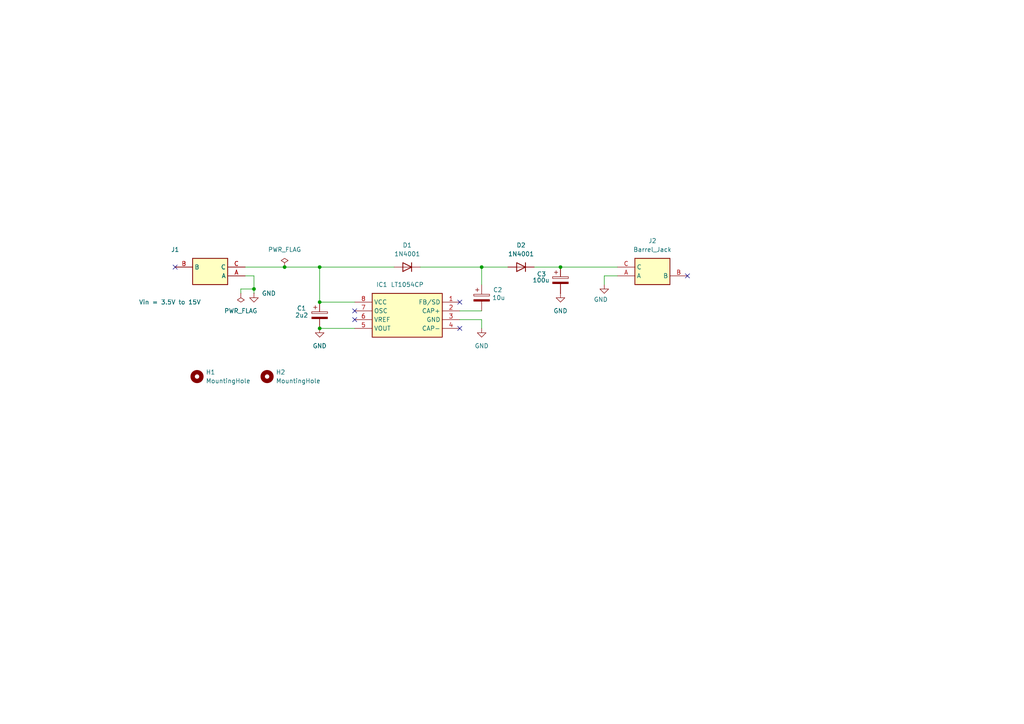
<source format=kicad_sch>
(kicad_sch (version 20231120) (generator "eeschema") (generator_version "8.0")
  (paper "A4")
  (title_block (title "Voltage doubler") (date "${MANUFACTURING_DATE}") (rev "1.0.0"))
  (lib_symbols
    (symbol "163-179PH-EX:163-179PH-EX"
      (property "Reference" "J" (at 16.51 7.62 0))
      (property "Value" "163-179PH-EX" (at 16.51 5.08 0))
      (symbol "163-179PH-EX_1_1"
        (rectangle (start 5.08 2.54) (end 15.24 -5.08) (stroke (width 0.254)) (fill (type background)))
        (pin passive line (at 20.32 -2.54 180) (length 5.08) (name "A") (number "A"))
        (pin passive line (at 0 0 0) (length 5.08) (name "B") (number "B"))
        (pin passive line (at 20.32 0 180) (length 5.08) (name "C") (number "C"))
      )
    )
    (symbol "163-179PH-EX_1"
      (property "Reference" "J2" (at 10.16 -10.16 0))
      (property "Value" "Barrel_Jack" (at 10.16 -7.62 0))
      (symbol "163-179PH-EX_1_1_1"
        (rectangle (start 5.08 2.54) (end 15.24 -5.08) (stroke (width 0.254)) (fill (type background)))
        (pin passive line (at 20.32 0 180) (length 5.08) (name "A") (number "A"))
        (pin passive line (at 0 0 0) (length 5.08) (name "B") (number "B"))
        (pin passive line (at 20.32 -2.54 180) (length 5.08) (name "C") (number "C"))
      )
    )
    (symbol "Device:C_Polarized" (pin_numbers hide) (pin_names (offset 0.254))
      (property "Reference" "C" (at 0.635 2.54 0))
      (property "Value" "C_Polarized" (at 0.635 -2.54 0))
      (symbol "C_Polarized_0_1"
        (rectangle (start -2.286 0.508) (end 2.286 1.016))
        (polyline (pts (xy -1.778 2.286) (xy -0.762 2.286)))
        (polyline (pts (xy -1.27 2.794) (xy -1.27 1.778)))
        (rectangle (start 2.286 -0.508) (end -2.286 -1.016) (fill (type outline)))
      )
      (symbol "C_Polarized_1_1"
        (pin passive line (at 0 3.81 270) (length 2.794) (name "~") (number "1"))
        (pin passive line (at 0 -3.81 90) (length 2.794) (name "~") (number "2"))
      )
    )
    (symbol "Device:D" (pin_numbers hide) (pin_names (offset 1.016) hide)
      (property "Reference" "D" (at 0 2.54 0))
      (property "Value" "D" (at 0 -2.54 0))
      (symbol "D_0_1"
        (polyline (pts (xy -1.27 1.27) (xy -1.27 -1.27)) (stroke (width 0.254)))
        (polyline (pts (xy 1.27 0) (xy -1.27 0)))
        (polyline (pts (xy 1.27 1.27) (xy 1.27 -1.27) (xy -1.27 0) (xy 1.27 1.27)) (stroke (width 0.254)))
      )
      (symbol "D_1_1"
        (pin passive line (at -3.81 0 0) (length 2.54) (name "K") (number "1"))
        (pin passive line (at 3.81 0 180) (length 2.54) (name "A") (number "2"))
      )
    )
    (symbol "LT1054CP:LT1054CP"
      (property "Reference" "IC1" (at 15.24 7.62 0))
      (property "Value" "LT1054CP" (at 15.24 5.08 0))
      (symbol "LT1054CP_1_1"
        (rectangle (start 5.08 2.54) (end 25.4 -10.16) (stroke (width 0.254)) (fill (type background)))
        (pin passive line (at 30.48 0 180) (length 5.08) (name "FB/SD") (number "1"))
        (pin passive line (at 30.48 -2.54 180) (length 5.08) (name "CAP+") (number "2"))
        (pin passive line (at 30.48 -5.08 180) (length 5.08) (name "GND") (number "3"))
        (pin passive line (at 30.48 -7.62 180) (length 5.08) (name "CAP-") (number "4"))
        (pin passive line (at 0 -7.62 0) (length 5.08) (name "VOUT") (number "5"))
        (pin passive line (at 0 -5.08 0) (length 5.08) (name "VREF") (number "6"))
        (pin passive line (at 0 -2.54 0) (length 5.08) (name "OSC") (number "7"))
        (pin passive line (at 0 0 0) (length 5.08) (name "VCC") (number "8"))
      )
    )
    (symbol "Mechanical:MountingHole" (pin_names (offset 1.016)) (exclude_from_sim yes) (in_bom no)
      (property "Reference" "H" (at 0 5.08 0))
      (property "Value" "MountingHole" (at 0 3.175 0))
      (symbol "MountingHole_0_1"
        (circle (center 0 0) (radius 1.27) (stroke (width 1.27)))
      )
    )
    (symbol "power:GND" (power) (pin_numbers hide) (pin_names (offset 0) hide)
      (property "Value" "GND" (at 0 -3.81 0))
      (symbol "GND_0_1"
        (polyline (pts (xy 0 0) (xy 0 -1.27) (xy 1.27 -1.27) (xy 0 -2.54) (xy -1.27 -1.27) (xy 0 -1.27)))
      )
      (symbol "GND_1_1"
        (pin power_in line (at 0 0 270) (length 0) (name "~") (number "1"))
      )
    )
    (symbol "power:PWR_FLAG" (power) (pin_numbers hide) (pin_names (offset 0) hide)
      (property "Value" "PWR_FLAG" (at 0 3.81 0))
      (symbol "PWR_FLAG_0_0"
        (pin power_out line (at 0 0 90) (length 0) (name "~") (number "1"))
      )
      (symbol "PWR_FLAG_0_1"
        (polyline (pts (xy 0 0) (xy 0 1.27) (xy -1.016 1.905) (xy 0 2.54) (xy 1.016 1.905) (xy 0 1.27)))
      )
    )
  )
  (junction (at 92.71 95.25))
  (junction (at 92.71 77.47))
  (junction (at 139.7 77.47))
  (junction (at 73.66 83.82))
  (junction (at 162.56 77.47))
  (junction (at 92.71 87.63))
  (junction (at 82.55 77.47))
  (no_connect (at 133.35 95.25))
  (no_connect (at 50.8 77.47))
  (no_connect (at 133.35 87.63))
  (no_connect (at 102.87 90.17))
  (no_connect (at 199.39 80.01))
  (no_connect (at 102.87 92.71))
  (wire (pts (xy 139.7 77.47) (xy 147.32 77.47)))
  (wire (pts (xy 69.85 83.82) (xy 73.66 83.82)))
  (wire (pts (xy 92.71 77.47) (xy 92.71 87.63)))
  (wire (pts (xy 71.12 77.47) (xy 82.55 77.47)))
  (wire (pts (xy 92.71 87.63) (xy 102.87 87.63)))
  (wire (pts (xy 69.85 85.09) (xy 69.85 83.82)))
  (wire (pts (xy 92.71 77.47) (xy 114.3 77.47)))
  (wire (pts (xy 139.7 92.71) (xy 139.7 95.25)))
  (wire (pts (xy 154.94 77.47) (xy 162.56 77.47)))
  (wire (pts (xy 139.7 77.47) (xy 139.7 82.55)))
  (wire (pts (xy 179.07 80.01) (xy 175.26 80.01)))
  (wire (pts (xy 162.56 77.47) (xy 179.07 77.47)))
  (wire (pts (xy 121.92 77.47) (xy 139.7 77.47)))
  (wire (pts (xy 71.12 80.01) (xy 73.66 80.01)))
  (wire (pts (xy 82.55 77.47) (xy 92.71 77.47)))
  (wire (pts (xy 92.71 95.25) (xy 102.87 95.25)))
  (wire (pts (xy 175.26 80.01) (xy 175.26 82.55)))
  (wire (pts (xy 133.35 92.71) (xy 139.7 92.71)))
  (wire (pts (xy 133.35 90.17) (xy 139.7 90.17)))
  (wire (pts (xy 73.66 80.01) (xy 73.66 83.82)))
  (wire (pts (xy 73.66 83.82) (xy 73.66 85.09)))
  (symbol (lib_id "LT1054CP:LT1054CP") (at 102.87 87.63 0) (unit 1)
    (property "Reference" "IC1" (at 110.744 82.55 0))
    (property "Value" "LT1054CP" (at 118.11 82.55 0))
    (property "Footprint" "footprints:LT1054CP" (effects (hide yes)))
    (property "Datasheet" "http://www.ti.com/lit/ds/symlink/lt1054.pdf" (effects (hide yes)))
    (property "Description" "LT1054CP, Charge Pump Inverting, Step Up, -5 V, 8-Pin, PDIP" (effects (hide yes)))
    (property "Height" "5.08" (effects (hide yes)))
    (property "Mouser Part Number" "595-LT1054CP" (effects (hide yes)))
    (property "Mouser Price/Stock" "https://www.mouser.co.uk/ProductDetail/Texas-Instruments/LT1054CP?qs=p6YqzpSxLIw2yA3OFyb6XA%3D%3D" (effects (hide yes)))
    (property "Manufacturer_Name" "Texas Instruments" (effects (hide yes)))
    (property "Manufacturer_Part_Number" "LT1054CP" (effects (hide yes)))
  )
  (symbol (lib_id "power:GND") (at 139.7 95.25 0) (unit 1)
    (property "Reference" "#PWR05" (effects (hide yes)))
    (property "Value" "GND" (at 139.7 100.33 0))
    (property "Description" "Power symbol creates a global label with name \"GND\" , ground" (effects (hide yes)))
  )
  (symbol (lib_id "Device:C_Polarized") (at 139.7 86.36 0) (unit 1)
    (property "Reference" "C2" (at 143.002 84.074 0) (effects (justify left)))
    (property "Value" "10u" (at 142.748 86.36 0) (effects (justify left)))
    (property "Footprint" "Capacitor_THT:CP_Radial_D5.0mm_P2.50mm" (effects (hide yes)))
    (property "Description" "Polarized capacitor" (effects (hide yes)))
  )
  (symbol (lib_id "Mechanical:MountingHole") (at 57.15 109.22 0) (unit 1) (exclude_from_sim yes) (in_bom no)
    (property "Reference" "H1" (at 59.69 107.9499 0) (effects (justify left)))
    (property "Value" "MountingHole" (at 59.69 110.4899 0) (effects (justify left)))
    (property "Footprint" "MountingHole:MountingHole_3mm" (effects (hide yes)))
    (property "Description" "Mounting Hole without connection" (effects (hide yes)))
  )
  (symbol (lib_id "Device:C_Polarized") (at 92.71 91.44 0) (unit 1)
    (property "Reference" "C1" (at 86.106 89.408 0) (effects (justify left)))
    (property "Value" "2u2" (at 85.598 91.44 0) (effects (justify left)))
    (property "Footprint" "Capacitor_THT:CP_Radial_D8.0mm_P2.50mm" (effects (hide yes)))
    (property "Description" "Polarized capacitor" (effects (hide yes)))
  )
  (symbol (lib_id "power:PWR_FLAG") (at 69.85 85.09 180) (unit 1)
    (property "Reference" "#FLG02" (effects (hide yes)))
    (property "Value" "PWR_FLAG" (at 69.85 90.17 0))
    (property "Description" "Special symbol for telling ERC where power comes from" (effects (hide yes)))
  )
  (symbol (lib_id "power:PWR_FLAG") (at 82.55 77.47 0) (unit 1)
    (property "Reference" "#FLG01" (effects (hide yes)))
    (property "Value" "PWR_FLAG" (at 82.55 72.39 0))
    (property "Description" "Special symbol for telling ERC where power comes from" (effects (hide yes)))
  )
  (symbol (lib_id "power:GND") (at 73.66 85.09 0) (unit 1)
    (property "Reference" "#PWR03" (effects (hide yes)))
    (property "Value" "GND" (at 77.978 85.09 0))
    (property "Description" "Power symbol creates a global label with name \"GND\" , ground" (effects (hide yes)))
  )
  (symbol (lib_id "Device:C_Polarized") (at 162.56 81.28 0) (unit 1)
    (property "Reference" "C3" (at 155.702 79.502 0) (effects (justify left)))
    (property "Value" "100u" (at 154.432 81.28 0) (effects (justify left)))
    (property "Footprint" "Capacitor_THT:CP_Radial_D8.0mm_P2.50mm" (effects (hide yes)))
    (property "Description" "Polarized capacitor" (effects (hide yes)))
  )
  (symbol (lib_id "power:GND") (at 92.71 95.25 0) (unit 1)
    (property "Reference" "#PWR04" (effects (hide yes)))
    (property "Value" "GND" (at 92.71 100.33 0))
    (property "Description" "Power symbol creates a global label with name \"GND\" , ground" (effects (hide yes)))
  )
  (symbol (lib_name "163-179PH-EX_1") (lib_id "163-179PH-EX:163-179PH-EX") (at 199.39 80.01 180) (unit 1)
    (property "Reference" "J2" (at 189.23 69.85 0))
    (property "Value" "Barrel_Jack" (at 189.23 72.39 0))
    (property "Footprint" "footprints:163179PHEX" (effects (hide yes)))
    (property "Datasheet" "https://componentsearchengine.com/Datasheets/1/163-179PH-EX.pdf" (effects (hide yes)))
    (property "Description" "DC Power Connectors PCB 2.1MM" (effects (hide yes)))
    (property "Height" "11" (effects (hide yes)))
    (property "Mouser Part Number" "163-179PH-EX" (effects (hide yes)))
    (property "Mouser Price/Stock" "https://www.mouser.co.uk/ProductDetail/Kobiconn/163-179PH-EX?qs=Xb8IjHhkxj5l2UOaIqcGCw%3D%3D" (effects (hide yes)))
    (property "Manufacturer_Name" "Kobiconn" (effects (hide yes)))
    (property "Manufacturer_Part_Number" "163-179PH-EX" (effects (hide yes)))
  )
  (symbol (lib_id "Mechanical:MountingHole") (at 77.47 109.22 0) (unit 1) (exclude_from_sim yes) (in_bom no)
    (property "Reference" "H2" (at 80.01 107.9499 0) (effects (justify left)))
    (property "Value" "MountingHole" (at 80.01 110.4899 0) (effects (justify left)))
    (property "Footprint" "MountingHole:MountingHole_3mm" (effects (hide yes)))
    (property "Description" "Mounting Hole without connection" (effects (hide yes)))
  )
  (symbol (lib_id "Device:D") (at 151.13 77.47 180) (unit 1)
    (property "Reference" "D2" (at 151.13 71.12 0))
    (property "Value" "1N4001" (at 151.13 73.66 0))
    (property "Footprint" "Diode_THT:D_5W_P10.16mm_Horizontal" (effects (hide yes)))
    (property "Description" "Diode" (effects (hide yes)))
    (property "Sim.Device" "D" (effects (hide yes)))
    (property "Sim.Pins" "1=K 2=A" (effects (hide yes)))
  )
  (symbol (lib_id "power:GND") (at 175.26 82.55 0) (unit 1)
    (property "Reference" "#PWR02" (effects (hide yes)))
    (property "Value" "GND" (at 174.244 86.868 0))
    (property "Description" "Power symbol creates a global label with name \"GND\" , ground" (effects (hide yes)))
  )
  (symbol (lib_id "power:GND") (at 162.56 85.09 0) (unit 1)
    (property "Reference" "#PWR01" (effects (hide yes)))
    (property "Value" "GND" (at 162.56 90.17 0))
    (property "Description" "Power symbol creates a global label with name \"GND\" , ground" (effects (hide yes)))
  )
  (symbol (lib_id "163-179PH-EX:163-179PH-EX") (at 50.8 77.47 0) (unit 1)
    (property "Reference" "J1" (at 50.8 72.39 0))
    (property "Value" "Vin = 3.5V to 15V" (at 49.276 87.63 0))
    (property "Footprint" "footprints:163179PHEX" (effects (hide yes)))
    (property "Datasheet" "https://componentsearchengine.com/Datasheets/1/163-179PH-EX.pdf" (effects (hide yes)))
    (property "Description" "DC Power Connectors PCB 2.1MM" (effects (hide yes)))
    (property "Height" "11" (effects (hide yes)))
    (property "Mouser Part Number" "163-179PH-EX" (effects (hide yes)))
    (property "Mouser Price/Stock" "https://www.mouser.co.uk/ProductDetail/Kobiconn/163-179PH-EX?qs=Xb8IjHhkxj5l2UOaIqcGCw%3D%3D" (effects (hide yes)))
    (property "Manufacturer_Name" "Kobiconn" (effects (hide yes)))
    (property "Manufacturer_Part_Number" "163-179PH-EX" (effects (hide yes)))
  )
  (symbol (lib_id "Device:D") (at 118.11 77.47 180) (unit 1)
    (property "Reference" "D1" (at 118.11 71.12 0))
    (property "Value" "1N4001" (at 118.11 73.66 0))
    (property "Footprint" "Diode_THT:D_5W_P10.16mm_Horizontal" (effects (hide yes)))
    (property "Description" "Diode" (effects (hide yes)))
    (property "Sim.Device" "D" (effects (hide yes)))
    (property "Sim.Pins" "1=K 2=A" (effects (hide yes)))
  )
)
</source>
